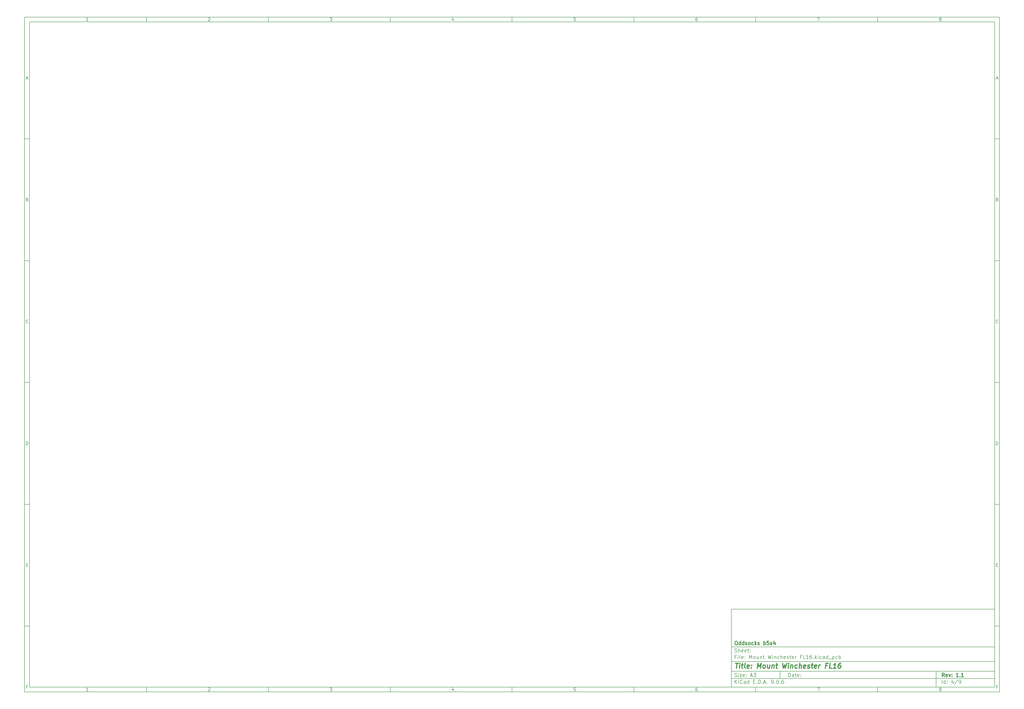
<source format=gbp>
%TF.GenerationSoftware,KiCad,Pcbnew,9.0.6*%
%TF.CreationDate,2025-11-29T14:17:50+08:00*%
%TF.ProjectId,Mount Winchester FL16,4d6f756e-7420-4576-996e-636865737465,1.1*%
%TF.SameCoordinates,Original*%
%TF.FileFunction,Paste,Bot*%
%TF.FilePolarity,Positive*%
%FSLAX46Y46*%
G04 Gerber Fmt 4.6, Leading zero omitted, Abs format (unit mm)*
G04 Created by KiCad (PCBNEW 9.0.6) date 2025-11-29 14:17:50*
%MOMM*%
%LPD*%
G01*
G04 APERTURE LIST*
%ADD10C,0.100000*%
%ADD11C,0.150000*%
%ADD12C,0.300000*%
%ADD13C,0.400000*%
G04 APERTURE END LIST*
D10*
D11*
X299989000Y-253002200D02*
X407989000Y-253002200D01*
X407989000Y-285002200D01*
X299989000Y-285002200D01*
X299989000Y-253002200D01*
D10*
D11*
X10000000Y-10000000D02*
X409989000Y-10000000D01*
X409989000Y-287002200D01*
X10000000Y-287002200D01*
X10000000Y-10000000D01*
D10*
D11*
X12000000Y-12000000D02*
X407989000Y-12000000D01*
X407989000Y-285002200D01*
X12000000Y-285002200D01*
X12000000Y-12000000D01*
D10*
D11*
X60000000Y-12000000D02*
X60000000Y-10000000D01*
D10*
D11*
X110000000Y-12000000D02*
X110000000Y-10000000D01*
D10*
D11*
X160000000Y-12000000D02*
X160000000Y-10000000D01*
D10*
D11*
X210000000Y-12000000D02*
X210000000Y-10000000D01*
D10*
D11*
X260000000Y-12000000D02*
X260000000Y-10000000D01*
D10*
D11*
X310000000Y-12000000D02*
X310000000Y-10000000D01*
D10*
D11*
X360000000Y-12000000D02*
X360000000Y-10000000D01*
D10*
D11*
X36089160Y-11593604D02*
X35346303Y-11593604D01*
X35717731Y-11593604D02*
X35717731Y-10293604D01*
X35717731Y-10293604D02*
X35593922Y-10479319D01*
X35593922Y-10479319D02*
X35470112Y-10603128D01*
X35470112Y-10603128D02*
X35346303Y-10665033D01*
D10*
D11*
X85346303Y-10417414D02*
X85408207Y-10355509D01*
X85408207Y-10355509D02*
X85532017Y-10293604D01*
X85532017Y-10293604D02*
X85841541Y-10293604D01*
X85841541Y-10293604D02*
X85965350Y-10355509D01*
X85965350Y-10355509D02*
X86027255Y-10417414D01*
X86027255Y-10417414D02*
X86089160Y-10541223D01*
X86089160Y-10541223D02*
X86089160Y-10665033D01*
X86089160Y-10665033D02*
X86027255Y-10850747D01*
X86027255Y-10850747D02*
X85284398Y-11593604D01*
X85284398Y-11593604D02*
X86089160Y-11593604D01*
D10*
D11*
X135284398Y-10293604D02*
X136089160Y-10293604D01*
X136089160Y-10293604D02*
X135655826Y-10788842D01*
X135655826Y-10788842D02*
X135841541Y-10788842D01*
X135841541Y-10788842D02*
X135965350Y-10850747D01*
X135965350Y-10850747D02*
X136027255Y-10912652D01*
X136027255Y-10912652D02*
X136089160Y-11036461D01*
X136089160Y-11036461D02*
X136089160Y-11345985D01*
X136089160Y-11345985D02*
X136027255Y-11469795D01*
X136027255Y-11469795D02*
X135965350Y-11531700D01*
X135965350Y-11531700D02*
X135841541Y-11593604D01*
X135841541Y-11593604D02*
X135470112Y-11593604D01*
X135470112Y-11593604D02*
X135346303Y-11531700D01*
X135346303Y-11531700D02*
X135284398Y-11469795D01*
D10*
D11*
X185965350Y-10726938D02*
X185965350Y-11593604D01*
X185655826Y-10231700D02*
X185346303Y-11160271D01*
X185346303Y-11160271D02*
X186151064Y-11160271D01*
D10*
D11*
X236027255Y-10293604D02*
X235408207Y-10293604D01*
X235408207Y-10293604D02*
X235346303Y-10912652D01*
X235346303Y-10912652D02*
X235408207Y-10850747D01*
X235408207Y-10850747D02*
X235532017Y-10788842D01*
X235532017Y-10788842D02*
X235841541Y-10788842D01*
X235841541Y-10788842D02*
X235965350Y-10850747D01*
X235965350Y-10850747D02*
X236027255Y-10912652D01*
X236027255Y-10912652D02*
X236089160Y-11036461D01*
X236089160Y-11036461D02*
X236089160Y-11345985D01*
X236089160Y-11345985D02*
X236027255Y-11469795D01*
X236027255Y-11469795D02*
X235965350Y-11531700D01*
X235965350Y-11531700D02*
X235841541Y-11593604D01*
X235841541Y-11593604D02*
X235532017Y-11593604D01*
X235532017Y-11593604D02*
X235408207Y-11531700D01*
X235408207Y-11531700D02*
X235346303Y-11469795D01*
D10*
D11*
X285965350Y-10293604D02*
X285717731Y-10293604D01*
X285717731Y-10293604D02*
X285593922Y-10355509D01*
X285593922Y-10355509D02*
X285532017Y-10417414D01*
X285532017Y-10417414D02*
X285408207Y-10603128D01*
X285408207Y-10603128D02*
X285346303Y-10850747D01*
X285346303Y-10850747D02*
X285346303Y-11345985D01*
X285346303Y-11345985D02*
X285408207Y-11469795D01*
X285408207Y-11469795D02*
X285470112Y-11531700D01*
X285470112Y-11531700D02*
X285593922Y-11593604D01*
X285593922Y-11593604D02*
X285841541Y-11593604D01*
X285841541Y-11593604D02*
X285965350Y-11531700D01*
X285965350Y-11531700D02*
X286027255Y-11469795D01*
X286027255Y-11469795D02*
X286089160Y-11345985D01*
X286089160Y-11345985D02*
X286089160Y-11036461D01*
X286089160Y-11036461D02*
X286027255Y-10912652D01*
X286027255Y-10912652D02*
X285965350Y-10850747D01*
X285965350Y-10850747D02*
X285841541Y-10788842D01*
X285841541Y-10788842D02*
X285593922Y-10788842D01*
X285593922Y-10788842D02*
X285470112Y-10850747D01*
X285470112Y-10850747D02*
X285408207Y-10912652D01*
X285408207Y-10912652D02*
X285346303Y-11036461D01*
D10*
D11*
X335284398Y-10293604D02*
X336151064Y-10293604D01*
X336151064Y-10293604D02*
X335593922Y-11593604D01*
D10*
D11*
X385593922Y-10850747D02*
X385470112Y-10788842D01*
X385470112Y-10788842D02*
X385408207Y-10726938D01*
X385408207Y-10726938D02*
X385346303Y-10603128D01*
X385346303Y-10603128D02*
X385346303Y-10541223D01*
X385346303Y-10541223D02*
X385408207Y-10417414D01*
X385408207Y-10417414D02*
X385470112Y-10355509D01*
X385470112Y-10355509D02*
X385593922Y-10293604D01*
X385593922Y-10293604D02*
X385841541Y-10293604D01*
X385841541Y-10293604D02*
X385965350Y-10355509D01*
X385965350Y-10355509D02*
X386027255Y-10417414D01*
X386027255Y-10417414D02*
X386089160Y-10541223D01*
X386089160Y-10541223D02*
X386089160Y-10603128D01*
X386089160Y-10603128D02*
X386027255Y-10726938D01*
X386027255Y-10726938D02*
X385965350Y-10788842D01*
X385965350Y-10788842D02*
X385841541Y-10850747D01*
X385841541Y-10850747D02*
X385593922Y-10850747D01*
X385593922Y-10850747D02*
X385470112Y-10912652D01*
X385470112Y-10912652D02*
X385408207Y-10974557D01*
X385408207Y-10974557D02*
X385346303Y-11098366D01*
X385346303Y-11098366D02*
X385346303Y-11345985D01*
X385346303Y-11345985D02*
X385408207Y-11469795D01*
X385408207Y-11469795D02*
X385470112Y-11531700D01*
X385470112Y-11531700D02*
X385593922Y-11593604D01*
X385593922Y-11593604D02*
X385841541Y-11593604D01*
X385841541Y-11593604D02*
X385965350Y-11531700D01*
X385965350Y-11531700D02*
X386027255Y-11469795D01*
X386027255Y-11469795D02*
X386089160Y-11345985D01*
X386089160Y-11345985D02*
X386089160Y-11098366D01*
X386089160Y-11098366D02*
X386027255Y-10974557D01*
X386027255Y-10974557D02*
X385965350Y-10912652D01*
X385965350Y-10912652D02*
X385841541Y-10850747D01*
D10*
D11*
X60000000Y-285002200D02*
X60000000Y-287002200D01*
D10*
D11*
X110000000Y-285002200D02*
X110000000Y-287002200D01*
D10*
D11*
X160000000Y-285002200D02*
X160000000Y-287002200D01*
D10*
D11*
X210000000Y-285002200D02*
X210000000Y-287002200D01*
D10*
D11*
X260000000Y-285002200D02*
X260000000Y-287002200D01*
D10*
D11*
X310000000Y-285002200D02*
X310000000Y-287002200D01*
D10*
D11*
X360000000Y-285002200D02*
X360000000Y-287002200D01*
D10*
D11*
X36089160Y-286595804D02*
X35346303Y-286595804D01*
X35717731Y-286595804D02*
X35717731Y-285295804D01*
X35717731Y-285295804D02*
X35593922Y-285481519D01*
X35593922Y-285481519D02*
X35470112Y-285605328D01*
X35470112Y-285605328D02*
X35346303Y-285667233D01*
D10*
D11*
X85346303Y-285419614D02*
X85408207Y-285357709D01*
X85408207Y-285357709D02*
X85532017Y-285295804D01*
X85532017Y-285295804D02*
X85841541Y-285295804D01*
X85841541Y-285295804D02*
X85965350Y-285357709D01*
X85965350Y-285357709D02*
X86027255Y-285419614D01*
X86027255Y-285419614D02*
X86089160Y-285543423D01*
X86089160Y-285543423D02*
X86089160Y-285667233D01*
X86089160Y-285667233D02*
X86027255Y-285852947D01*
X86027255Y-285852947D02*
X85284398Y-286595804D01*
X85284398Y-286595804D02*
X86089160Y-286595804D01*
D10*
D11*
X135284398Y-285295804D02*
X136089160Y-285295804D01*
X136089160Y-285295804D02*
X135655826Y-285791042D01*
X135655826Y-285791042D02*
X135841541Y-285791042D01*
X135841541Y-285791042D02*
X135965350Y-285852947D01*
X135965350Y-285852947D02*
X136027255Y-285914852D01*
X136027255Y-285914852D02*
X136089160Y-286038661D01*
X136089160Y-286038661D02*
X136089160Y-286348185D01*
X136089160Y-286348185D02*
X136027255Y-286471995D01*
X136027255Y-286471995D02*
X135965350Y-286533900D01*
X135965350Y-286533900D02*
X135841541Y-286595804D01*
X135841541Y-286595804D02*
X135470112Y-286595804D01*
X135470112Y-286595804D02*
X135346303Y-286533900D01*
X135346303Y-286533900D02*
X135284398Y-286471995D01*
D10*
D11*
X185965350Y-285729138D02*
X185965350Y-286595804D01*
X185655826Y-285233900D02*
X185346303Y-286162471D01*
X185346303Y-286162471D02*
X186151064Y-286162471D01*
D10*
D11*
X236027255Y-285295804D02*
X235408207Y-285295804D01*
X235408207Y-285295804D02*
X235346303Y-285914852D01*
X235346303Y-285914852D02*
X235408207Y-285852947D01*
X235408207Y-285852947D02*
X235532017Y-285791042D01*
X235532017Y-285791042D02*
X235841541Y-285791042D01*
X235841541Y-285791042D02*
X235965350Y-285852947D01*
X235965350Y-285852947D02*
X236027255Y-285914852D01*
X236027255Y-285914852D02*
X236089160Y-286038661D01*
X236089160Y-286038661D02*
X236089160Y-286348185D01*
X236089160Y-286348185D02*
X236027255Y-286471995D01*
X236027255Y-286471995D02*
X235965350Y-286533900D01*
X235965350Y-286533900D02*
X235841541Y-286595804D01*
X235841541Y-286595804D02*
X235532017Y-286595804D01*
X235532017Y-286595804D02*
X235408207Y-286533900D01*
X235408207Y-286533900D02*
X235346303Y-286471995D01*
D10*
D11*
X285965350Y-285295804D02*
X285717731Y-285295804D01*
X285717731Y-285295804D02*
X285593922Y-285357709D01*
X285593922Y-285357709D02*
X285532017Y-285419614D01*
X285532017Y-285419614D02*
X285408207Y-285605328D01*
X285408207Y-285605328D02*
X285346303Y-285852947D01*
X285346303Y-285852947D02*
X285346303Y-286348185D01*
X285346303Y-286348185D02*
X285408207Y-286471995D01*
X285408207Y-286471995D02*
X285470112Y-286533900D01*
X285470112Y-286533900D02*
X285593922Y-286595804D01*
X285593922Y-286595804D02*
X285841541Y-286595804D01*
X285841541Y-286595804D02*
X285965350Y-286533900D01*
X285965350Y-286533900D02*
X286027255Y-286471995D01*
X286027255Y-286471995D02*
X286089160Y-286348185D01*
X286089160Y-286348185D02*
X286089160Y-286038661D01*
X286089160Y-286038661D02*
X286027255Y-285914852D01*
X286027255Y-285914852D02*
X285965350Y-285852947D01*
X285965350Y-285852947D02*
X285841541Y-285791042D01*
X285841541Y-285791042D02*
X285593922Y-285791042D01*
X285593922Y-285791042D02*
X285470112Y-285852947D01*
X285470112Y-285852947D02*
X285408207Y-285914852D01*
X285408207Y-285914852D02*
X285346303Y-286038661D01*
D10*
D11*
X335284398Y-285295804D02*
X336151064Y-285295804D01*
X336151064Y-285295804D02*
X335593922Y-286595804D01*
D10*
D11*
X385593922Y-285852947D02*
X385470112Y-285791042D01*
X385470112Y-285791042D02*
X385408207Y-285729138D01*
X385408207Y-285729138D02*
X385346303Y-285605328D01*
X385346303Y-285605328D02*
X385346303Y-285543423D01*
X385346303Y-285543423D02*
X385408207Y-285419614D01*
X385408207Y-285419614D02*
X385470112Y-285357709D01*
X385470112Y-285357709D02*
X385593922Y-285295804D01*
X385593922Y-285295804D02*
X385841541Y-285295804D01*
X385841541Y-285295804D02*
X385965350Y-285357709D01*
X385965350Y-285357709D02*
X386027255Y-285419614D01*
X386027255Y-285419614D02*
X386089160Y-285543423D01*
X386089160Y-285543423D02*
X386089160Y-285605328D01*
X386089160Y-285605328D02*
X386027255Y-285729138D01*
X386027255Y-285729138D02*
X385965350Y-285791042D01*
X385965350Y-285791042D02*
X385841541Y-285852947D01*
X385841541Y-285852947D02*
X385593922Y-285852947D01*
X385593922Y-285852947D02*
X385470112Y-285914852D01*
X385470112Y-285914852D02*
X385408207Y-285976757D01*
X385408207Y-285976757D02*
X385346303Y-286100566D01*
X385346303Y-286100566D02*
X385346303Y-286348185D01*
X385346303Y-286348185D02*
X385408207Y-286471995D01*
X385408207Y-286471995D02*
X385470112Y-286533900D01*
X385470112Y-286533900D02*
X385593922Y-286595804D01*
X385593922Y-286595804D02*
X385841541Y-286595804D01*
X385841541Y-286595804D02*
X385965350Y-286533900D01*
X385965350Y-286533900D02*
X386027255Y-286471995D01*
X386027255Y-286471995D02*
X386089160Y-286348185D01*
X386089160Y-286348185D02*
X386089160Y-286100566D01*
X386089160Y-286100566D02*
X386027255Y-285976757D01*
X386027255Y-285976757D02*
X385965350Y-285914852D01*
X385965350Y-285914852D02*
X385841541Y-285852947D01*
D10*
D11*
X10000000Y-60000000D02*
X12000000Y-60000000D01*
D10*
D11*
X10000000Y-110000000D02*
X12000000Y-110000000D01*
D10*
D11*
X10000000Y-160000000D02*
X12000000Y-160000000D01*
D10*
D11*
X10000000Y-210000000D02*
X12000000Y-210000000D01*
D10*
D11*
X10000000Y-260000000D02*
X12000000Y-260000000D01*
D10*
D11*
X10690476Y-35222176D02*
X11309523Y-35222176D01*
X10566666Y-35593604D02*
X10999999Y-34293604D01*
X10999999Y-34293604D02*
X11433333Y-35593604D01*
D10*
D11*
X11092857Y-84912652D02*
X11278571Y-84974557D01*
X11278571Y-84974557D02*
X11340476Y-85036461D01*
X11340476Y-85036461D02*
X11402380Y-85160271D01*
X11402380Y-85160271D02*
X11402380Y-85345985D01*
X11402380Y-85345985D02*
X11340476Y-85469795D01*
X11340476Y-85469795D02*
X11278571Y-85531700D01*
X11278571Y-85531700D02*
X11154761Y-85593604D01*
X11154761Y-85593604D02*
X10659523Y-85593604D01*
X10659523Y-85593604D02*
X10659523Y-84293604D01*
X10659523Y-84293604D02*
X11092857Y-84293604D01*
X11092857Y-84293604D02*
X11216666Y-84355509D01*
X11216666Y-84355509D02*
X11278571Y-84417414D01*
X11278571Y-84417414D02*
X11340476Y-84541223D01*
X11340476Y-84541223D02*
X11340476Y-84665033D01*
X11340476Y-84665033D02*
X11278571Y-84788842D01*
X11278571Y-84788842D02*
X11216666Y-84850747D01*
X11216666Y-84850747D02*
X11092857Y-84912652D01*
X11092857Y-84912652D02*
X10659523Y-84912652D01*
D10*
D11*
X11402380Y-135469795D02*
X11340476Y-135531700D01*
X11340476Y-135531700D02*
X11154761Y-135593604D01*
X11154761Y-135593604D02*
X11030952Y-135593604D01*
X11030952Y-135593604D02*
X10845238Y-135531700D01*
X10845238Y-135531700D02*
X10721428Y-135407890D01*
X10721428Y-135407890D02*
X10659523Y-135284080D01*
X10659523Y-135284080D02*
X10597619Y-135036461D01*
X10597619Y-135036461D02*
X10597619Y-134850747D01*
X10597619Y-134850747D02*
X10659523Y-134603128D01*
X10659523Y-134603128D02*
X10721428Y-134479319D01*
X10721428Y-134479319D02*
X10845238Y-134355509D01*
X10845238Y-134355509D02*
X11030952Y-134293604D01*
X11030952Y-134293604D02*
X11154761Y-134293604D01*
X11154761Y-134293604D02*
X11340476Y-134355509D01*
X11340476Y-134355509D02*
X11402380Y-134417414D01*
D10*
D11*
X10659523Y-185593604D02*
X10659523Y-184293604D01*
X10659523Y-184293604D02*
X10969047Y-184293604D01*
X10969047Y-184293604D02*
X11154761Y-184355509D01*
X11154761Y-184355509D02*
X11278571Y-184479319D01*
X11278571Y-184479319D02*
X11340476Y-184603128D01*
X11340476Y-184603128D02*
X11402380Y-184850747D01*
X11402380Y-184850747D02*
X11402380Y-185036461D01*
X11402380Y-185036461D02*
X11340476Y-185284080D01*
X11340476Y-185284080D02*
X11278571Y-185407890D01*
X11278571Y-185407890D02*
X11154761Y-185531700D01*
X11154761Y-185531700D02*
X10969047Y-185593604D01*
X10969047Y-185593604D02*
X10659523Y-185593604D01*
D10*
D11*
X10721428Y-234912652D02*
X11154762Y-234912652D01*
X11340476Y-235593604D02*
X10721428Y-235593604D01*
X10721428Y-235593604D02*
X10721428Y-234293604D01*
X10721428Y-234293604D02*
X11340476Y-234293604D01*
D10*
D11*
X11185714Y-284912652D02*
X10752380Y-284912652D01*
X10752380Y-285593604D02*
X10752380Y-284293604D01*
X10752380Y-284293604D02*
X11371428Y-284293604D01*
D10*
D11*
X409989000Y-60000000D02*
X407989000Y-60000000D01*
D10*
D11*
X409989000Y-110000000D02*
X407989000Y-110000000D01*
D10*
D11*
X409989000Y-160000000D02*
X407989000Y-160000000D01*
D10*
D11*
X409989000Y-210000000D02*
X407989000Y-210000000D01*
D10*
D11*
X409989000Y-260000000D02*
X407989000Y-260000000D01*
D10*
D11*
X408679476Y-35222176D02*
X409298523Y-35222176D01*
X408555666Y-35593604D02*
X408988999Y-34293604D01*
X408988999Y-34293604D02*
X409422333Y-35593604D01*
D10*
D11*
X409081857Y-84912652D02*
X409267571Y-84974557D01*
X409267571Y-84974557D02*
X409329476Y-85036461D01*
X409329476Y-85036461D02*
X409391380Y-85160271D01*
X409391380Y-85160271D02*
X409391380Y-85345985D01*
X409391380Y-85345985D02*
X409329476Y-85469795D01*
X409329476Y-85469795D02*
X409267571Y-85531700D01*
X409267571Y-85531700D02*
X409143761Y-85593604D01*
X409143761Y-85593604D02*
X408648523Y-85593604D01*
X408648523Y-85593604D02*
X408648523Y-84293604D01*
X408648523Y-84293604D02*
X409081857Y-84293604D01*
X409081857Y-84293604D02*
X409205666Y-84355509D01*
X409205666Y-84355509D02*
X409267571Y-84417414D01*
X409267571Y-84417414D02*
X409329476Y-84541223D01*
X409329476Y-84541223D02*
X409329476Y-84665033D01*
X409329476Y-84665033D02*
X409267571Y-84788842D01*
X409267571Y-84788842D02*
X409205666Y-84850747D01*
X409205666Y-84850747D02*
X409081857Y-84912652D01*
X409081857Y-84912652D02*
X408648523Y-84912652D01*
D10*
D11*
X409391380Y-135469795D02*
X409329476Y-135531700D01*
X409329476Y-135531700D02*
X409143761Y-135593604D01*
X409143761Y-135593604D02*
X409019952Y-135593604D01*
X409019952Y-135593604D02*
X408834238Y-135531700D01*
X408834238Y-135531700D02*
X408710428Y-135407890D01*
X408710428Y-135407890D02*
X408648523Y-135284080D01*
X408648523Y-135284080D02*
X408586619Y-135036461D01*
X408586619Y-135036461D02*
X408586619Y-134850747D01*
X408586619Y-134850747D02*
X408648523Y-134603128D01*
X408648523Y-134603128D02*
X408710428Y-134479319D01*
X408710428Y-134479319D02*
X408834238Y-134355509D01*
X408834238Y-134355509D02*
X409019952Y-134293604D01*
X409019952Y-134293604D02*
X409143761Y-134293604D01*
X409143761Y-134293604D02*
X409329476Y-134355509D01*
X409329476Y-134355509D02*
X409391380Y-134417414D01*
D10*
D11*
X408648523Y-185593604D02*
X408648523Y-184293604D01*
X408648523Y-184293604D02*
X408958047Y-184293604D01*
X408958047Y-184293604D02*
X409143761Y-184355509D01*
X409143761Y-184355509D02*
X409267571Y-184479319D01*
X409267571Y-184479319D02*
X409329476Y-184603128D01*
X409329476Y-184603128D02*
X409391380Y-184850747D01*
X409391380Y-184850747D02*
X409391380Y-185036461D01*
X409391380Y-185036461D02*
X409329476Y-185284080D01*
X409329476Y-185284080D02*
X409267571Y-185407890D01*
X409267571Y-185407890D02*
X409143761Y-185531700D01*
X409143761Y-185531700D02*
X408958047Y-185593604D01*
X408958047Y-185593604D02*
X408648523Y-185593604D01*
D10*
D11*
X408710428Y-234912652D02*
X409143762Y-234912652D01*
X409329476Y-235593604D02*
X408710428Y-235593604D01*
X408710428Y-235593604D02*
X408710428Y-234293604D01*
X408710428Y-234293604D02*
X409329476Y-234293604D01*
D10*
D11*
X409174714Y-284912652D02*
X408741380Y-284912652D01*
X408741380Y-285593604D02*
X408741380Y-284293604D01*
X408741380Y-284293604D02*
X409360428Y-284293604D01*
D10*
D11*
X323444826Y-280788328D02*
X323444826Y-279288328D01*
X323444826Y-279288328D02*
X323801969Y-279288328D01*
X323801969Y-279288328D02*
X324016255Y-279359757D01*
X324016255Y-279359757D02*
X324159112Y-279502614D01*
X324159112Y-279502614D02*
X324230541Y-279645471D01*
X324230541Y-279645471D02*
X324301969Y-279931185D01*
X324301969Y-279931185D02*
X324301969Y-280145471D01*
X324301969Y-280145471D02*
X324230541Y-280431185D01*
X324230541Y-280431185D02*
X324159112Y-280574042D01*
X324159112Y-280574042D02*
X324016255Y-280716900D01*
X324016255Y-280716900D02*
X323801969Y-280788328D01*
X323801969Y-280788328D02*
X323444826Y-280788328D01*
X325587684Y-280788328D02*
X325587684Y-280002614D01*
X325587684Y-280002614D02*
X325516255Y-279859757D01*
X325516255Y-279859757D02*
X325373398Y-279788328D01*
X325373398Y-279788328D02*
X325087684Y-279788328D01*
X325087684Y-279788328D02*
X324944826Y-279859757D01*
X325587684Y-280716900D02*
X325444826Y-280788328D01*
X325444826Y-280788328D02*
X325087684Y-280788328D01*
X325087684Y-280788328D02*
X324944826Y-280716900D01*
X324944826Y-280716900D02*
X324873398Y-280574042D01*
X324873398Y-280574042D02*
X324873398Y-280431185D01*
X324873398Y-280431185D02*
X324944826Y-280288328D01*
X324944826Y-280288328D02*
X325087684Y-280216900D01*
X325087684Y-280216900D02*
X325444826Y-280216900D01*
X325444826Y-280216900D02*
X325587684Y-280145471D01*
X326087684Y-279788328D02*
X326659112Y-279788328D01*
X326301969Y-279288328D02*
X326301969Y-280574042D01*
X326301969Y-280574042D02*
X326373398Y-280716900D01*
X326373398Y-280716900D02*
X326516255Y-280788328D01*
X326516255Y-280788328D02*
X326659112Y-280788328D01*
X327730541Y-280716900D02*
X327587684Y-280788328D01*
X327587684Y-280788328D02*
X327301970Y-280788328D01*
X327301970Y-280788328D02*
X327159112Y-280716900D01*
X327159112Y-280716900D02*
X327087684Y-280574042D01*
X327087684Y-280574042D02*
X327087684Y-280002614D01*
X327087684Y-280002614D02*
X327159112Y-279859757D01*
X327159112Y-279859757D02*
X327301970Y-279788328D01*
X327301970Y-279788328D02*
X327587684Y-279788328D01*
X327587684Y-279788328D02*
X327730541Y-279859757D01*
X327730541Y-279859757D02*
X327801970Y-280002614D01*
X327801970Y-280002614D02*
X327801970Y-280145471D01*
X327801970Y-280145471D02*
X327087684Y-280288328D01*
X328444826Y-280645471D02*
X328516255Y-280716900D01*
X328516255Y-280716900D02*
X328444826Y-280788328D01*
X328444826Y-280788328D02*
X328373398Y-280716900D01*
X328373398Y-280716900D02*
X328444826Y-280645471D01*
X328444826Y-280645471D02*
X328444826Y-280788328D01*
X328444826Y-279859757D02*
X328516255Y-279931185D01*
X328516255Y-279931185D02*
X328444826Y-280002614D01*
X328444826Y-280002614D02*
X328373398Y-279931185D01*
X328373398Y-279931185D02*
X328444826Y-279859757D01*
X328444826Y-279859757D02*
X328444826Y-280002614D01*
D10*
D11*
X299989000Y-281502200D02*
X407989000Y-281502200D01*
D10*
D11*
X301444826Y-283588328D02*
X301444826Y-282088328D01*
X302301969Y-283588328D02*
X301659112Y-282731185D01*
X302301969Y-282088328D02*
X301444826Y-282945471D01*
X302944826Y-283588328D02*
X302944826Y-282588328D01*
X302944826Y-282088328D02*
X302873398Y-282159757D01*
X302873398Y-282159757D02*
X302944826Y-282231185D01*
X302944826Y-282231185D02*
X303016255Y-282159757D01*
X303016255Y-282159757D02*
X302944826Y-282088328D01*
X302944826Y-282088328D02*
X302944826Y-282231185D01*
X304516255Y-283445471D02*
X304444827Y-283516900D01*
X304444827Y-283516900D02*
X304230541Y-283588328D01*
X304230541Y-283588328D02*
X304087684Y-283588328D01*
X304087684Y-283588328D02*
X303873398Y-283516900D01*
X303873398Y-283516900D02*
X303730541Y-283374042D01*
X303730541Y-283374042D02*
X303659112Y-283231185D01*
X303659112Y-283231185D02*
X303587684Y-282945471D01*
X303587684Y-282945471D02*
X303587684Y-282731185D01*
X303587684Y-282731185D02*
X303659112Y-282445471D01*
X303659112Y-282445471D02*
X303730541Y-282302614D01*
X303730541Y-282302614D02*
X303873398Y-282159757D01*
X303873398Y-282159757D02*
X304087684Y-282088328D01*
X304087684Y-282088328D02*
X304230541Y-282088328D01*
X304230541Y-282088328D02*
X304444827Y-282159757D01*
X304444827Y-282159757D02*
X304516255Y-282231185D01*
X305801970Y-283588328D02*
X305801970Y-282802614D01*
X305801970Y-282802614D02*
X305730541Y-282659757D01*
X305730541Y-282659757D02*
X305587684Y-282588328D01*
X305587684Y-282588328D02*
X305301970Y-282588328D01*
X305301970Y-282588328D02*
X305159112Y-282659757D01*
X305801970Y-283516900D02*
X305659112Y-283588328D01*
X305659112Y-283588328D02*
X305301970Y-283588328D01*
X305301970Y-283588328D02*
X305159112Y-283516900D01*
X305159112Y-283516900D02*
X305087684Y-283374042D01*
X305087684Y-283374042D02*
X305087684Y-283231185D01*
X305087684Y-283231185D02*
X305159112Y-283088328D01*
X305159112Y-283088328D02*
X305301970Y-283016900D01*
X305301970Y-283016900D02*
X305659112Y-283016900D01*
X305659112Y-283016900D02*
X305801970Y-282945471D01*
X307159113Y-283588328D02*
X307159113Y-282088328D01*
X307159113Y-283516900D02*
X307016255Y-283588328D01*
X307016255Y-283588328D02*
X306730541Y-283588328D01*
X306730541Y-283588328D02*
X306587684Y-283516900D01*
X306587684Y-283516900D02*
X306516255Y-283445471D01*
X306516255Y-283445471D02*
X306444827Y-283302614D01*
X306444827Y-283302614D02*
X306444827Y-282874042D01*
X306444827Y-282874042D02*
X306516255Y-282731185D01*
X306516255Y-282731185D02*
X306587684Y-282659757D01*
X306587684Y-282659757D02*
X306730541Y-282588328D01*
X306730541Y-282588328D02*
X307016255Y-282588328D01*
X307016255Y-282588328D02*
X307159113Y-282659757D01*
X309016255Y-282802614D02*
X309516255Y-282802614D01*
X309730541Y-283588328D02*
X309016255Y-283588328D01*
X309016255Y-283588328D02*
X309016255Y-282088328D01*
X309016255Y-282088328D02*
X309730541Y-282088328D01*
X310373398Y-283445471D02*
X310444827Y-283516900D01*
X310444827Y-283516900D02*
X310373398Y-283588328D01*
X310373398Y-283588328D02*
X310301970Y-283516900D01*
X310301970Y-283516900D02*
X310373398Y-283445471D01*
X310373398Y-283445471D02*
X310373398Y-283588328D01*
X311087684Y-283588328D02*
X311087684Y-282088328D01*
X311087684Y-282088328D02*
X311444827Y-282088328D01*
X311444827Y-282088328D02*
X311659113Y-282159757D01*
X311659113Y-282159757D02*
X311801970Y-282302614D01*
X311801970Y-282302614D02*
X311873399Y-282445471D01*
X311873399Y-282445471D02*
X311944827Y-282731185D01*
X311944827Y-282731185D02*
X311944827Y-282945471D01*
X311944827Y-282945471D02*
X311873399Y-283231185D01*
X311873399Y-283231185D02*
X311801970Y-283374042D01*
X311801970Y-283374042D02*
X311659113Y-283516900D01*
X311659113Y-283516900D02*
X311444827Y-283588328D01*
X311444827Y-283588328D02*
X311087684Y-283588328D01*
X312587684Y-283445471D02*
X312659113Y-283516900D01*
X312659113Y-283516900D02*
X312587684Y-283588328D01*
X312587684Y-283588328D02*
X312516256Y-283516900D01*
X312516256Y-283516900D02*
X312587684Y-283445471D01*
X312587684Y-283445471D02*
X312587684Y-283588328D01*
X313230542Y-283159757D02*
X313944828Y-283159757D01*
X313087685Y-283588328D02*
X313587685Y-282088328D01*
X313587685Y-282088328D02*
X314087685Y-283588328D01*
X314587684Y-283445471D02*
X314659113Y-283516900D01*
X314659113Y-283516900D02*
X314587684Y-283588328D01*
X314587684Y-283588328D02*
X314516256Y-283516900D01*
X314516256Y-283516900D02*
X314587684Y-283445471D01*
X314587684Y-283445471D02*
X314587684Y-283588328D01*
X316516256Y-283588328D02*
X316801970Y-283588328D01*
X316801970Y-283588328D02*
X316944827Y-283516900D01*
X316944827Y-283516900D02*
X317016256Y-283445471D01*
X317016256Y-283445471D02*
X317159113Y-283231185D01*
X317159113Y-283231185D02*
X317230542Y-282945471D01*
X317230542Y-282945471D02*
X317230542Y-282374042D01*
X317230542Y-282374042D02*
X317159113Y-282231185D01*
X317159113Y-282231185D02*
X317087685Y-282159757D01*
X317087685Y-282159757D02*
X316944827Y-282088328D01*
X316944827Y-282088328D02*
X316659113Y-282088328D01*
X316659113Y-282088328D02*
X316516256Y-282159757D01*
X316516256Y-282159757D02*
X316444827Y-282231185D01*
X316444827Y-282231185D02*
X316373399Y-282374042D01*
X316373399Y-282374042D02*
X316373399Y-282731185D01*
X316373399Y-282731185D02*
X316444827Y-282874042D01*
X316444827Y-282874042D02*
X316516256Y-282945471D01*
X316516256Y-282945471D02*
X316659113Y-283016900D01*
X316659113Y-283016900D02*
X316944827Y-283016900D01*
X316944827Y-283016900D02*
X317087685Y-282945471D01*
X317087685Y-282945471D02*
X317159113Y-282874042D01*
X317159113Y-282874042D02*
X317230542Y-282731185D01*
X317873398Y-283445471D02*
X317944827Y-283516900D01*
X317944827Y-283516900D02*
X317873398Y-283588328D01*
X317873398Y-283588328D02*
X317801970Y-283516900D01*
X317801970Y-283516900D02*
X317873398Y-283445471D01*
X317873398Y-283445471D02*
X317873398Y-283588328D01*
X318873399Y-282088328D02*
X319016256Y-282088328D01*
X319016256Y-282088328D02*
X319159113Y-282159757D01*
X319159113Y-282159757D02*
X319230542Y-282231185D01*
X319230542Y-282231185D02*
X319301970Y-282374042D01*
X319301970Y-282374042D02*
X319373399Y-282659757D01*
X319373399Y-282659757D02*
X319373399Y-283016900D01*
X319373399Y-283016900D02*
X319301970Y-283302614D01*
X319301970Y-283302614D02*
X319230542Y-283445471D01*
X319230542Y-283445471D02*
X319159113Y-283516900D01*
X319159113Y-283516900D02*
X319016256Y-283588328D01*
X319016256Y-283588328D02*
X318873399Y-283588328D01*
X318873399Y-283588328D02*
X318730542Y-283516900D01*
X318730542Y-283516900D02*
X318659113Y-283445471D01*
X318659113Y-283445471D02*
X318587684Y-283302614D01*
X318587684Y-283302614D02*
X318516256Y-283016900D01*
X318516256Y-283016900D02*
X318516256Y-282659757D01*
X318516256Y-282659757D02*
X318587684Y-282374042D01*
X318587684Y-282374042D02*
X318659113Y-282231185D01*
X318659113Y-282231185D02*
X318730542Y-282159757D01*
X318730542Y-282159757D02*
X318873399Y-282088328D01*
X320016255Y-283445471D02*
X320087684Y-283516900D01*
X320087684Y-283516900D02*
X320016255Y-283588328D01*
X320016255Y-283588328D02*
X319944827Y-283516900D01*
X319944827Y-283516900D02*
X320016255Y-283445471D01*
X320016255Y-283445471D02*
X320016255Y-283588328D01*
X321373399Y-282088328D02*
X321087684Y-282088328D01*
X321087684Y-282088328D02*
X320944827Y-282159757D01*
X320944827Y-282159757D02*
X320873399Y-282231185D01*
X320873399Y-282231185D02*
X320730541Y-282445471D01*
X320730541Y-282445471D02*
X320659113Y-282731185D01*
X320659113Y-282731185D02*
X320659113Y-283302614D01*
X320659113Y-283302614D02*
X320730541Y-283445471D01*
X320730541Y-283445471D02*
X320801970Y-283516900D01*
X320801970Y-283516900D02*
X320944827Y-283588328D01*
X320944827Y-283588328D02*
X321230541Y-283588328D01*
X321230541Y-283588328D02*
X321373399Y-283516900D01*
X321373399Y-283516900D02*
X321444827Y-283445471D01*
X321444827Y-283445471D02*
X321516256Y-283302614D01*
X321516256Y-283302614D02*
X321516256Y-282945471D01*
X321516256Y-282945471D02*
X321444827Y-282802614D01*
X321444827Y-282802614D02*
X321373399Y-282731185D01*
X321373399Y-282731185D02*
X321230541Y-282659757D01*
X321230541Y-282659757D02*
X320944827Y-282659757D01*
X320944827Y-282659757D02*
X320801970Y-282731185D01*
X320801970Y-282731185D02*
X320730541Y-282802614D01*
X320730541Y-282802614D02*
X320659113Y-282945471D01*
D10*
D11*
X299989000Y-278502200D02*
X407989000Y-278502200D01*
D10*
D12*
X387400653Y-280780528D02*
X386900653Y-280066242D01*
X386543510Y-280780528D02*
X386543510Y-279280528D01*
X386543510Y-279280528D02*
X387114939Y-279280528D01*
X387114939Y-279280528D02*
X387257796Y-279351957D01*
X387257796Y-279351957D02*
X387329225Y-279423385D01*
X387329225Y-279423385D02*
X387400653Y-279566242D01*
X387400653Y-279566242D02*
X387400653Y-279780528D01*
X387400653Y-279780528D02*
X387329225Y-279923385D01*
X387329225Y-279923385D02*
X387257796Y-279994814D01*
X387257796Y-279994814D02*
X387114939Y-280066242D01*
X387114939Y-280066242D02*
X386543510Y-280066242D01*
X388614939Y-280709100D02*
X388472082Y-280780528D01*
X388472082Y-280780528D02*
X388186368Y-280780528D01*
X388186368Y-280780528D02*
X388043510Y-280709100D01*
X388043510Y-280709100D02*
X387972082Y-280566242D01*
X387972082Y-280566242D02*
X387972082Y-279994814D01*
X387972082Y-279994814D02*
X388043510Y-279851957D01*
X388043510Y-279851957D02*
X388186368Y-279780528D01*
X388186368Y-279780528D02*
X388472082Y-279780528D01*
X388472082Y-279780528D02*
X388614939Y-279851957D01*
X388614939Y-279851957D02*
X388686368Y-279994814D01*
X388686368Y-279994814D02*
X388686368Y-280137671D01*
X388686368Y-280137671D02*
X387972082Y-280280528D01*
X389186367Y-279780528D02*
X389543510Y-280780528D01*
X389543510Y-280780528D02*
X389900653Y-279780528D01*
X390472081Y-280637671D02*
X390543510Y-280709100D01*
X390543510Y-280709100D02*
X390472081Y-280780528D01*
X390472081Y-280780528D02*
X390400653Y-280709100D01*
X390400653Y-280709100D02*
X390472081Y-280637671D01*
X390472081Y-280637671D02*
X390472081Y-280780528D01*
X390472081Y-279851957D02*
X390543510Y-279923385D01*
X390543510Y-279923385D02*
X390472081Y-279994814D01*
X390472081Y-279994814D02*
X390400653Y-279923385D01*
X390400653Y-279923385D02*
X390472081Y-279851957D01*
X390472081Y-279851957D02*
X390472081Y-279994814D01*
X393114939Y-280780528D02*
X392257796Y-280780528D01*
X392686367Y-280780528D02*
X392686367Y-279280528D01*
X392686367Y-279280528D02*
X392543510Y-279494814D01*
X392543510Y-279494814D02*
X392400653Y-279637671D01*
X392400653Y-279637671D02*
X392257796Y-279709100D01*
X393757795Y-280637671D02*
X393829224Y-280709100D01*
X393829224Y-280709100D02*
X393757795Y-280780528D01*
X393757795Y-280780528D02*
X393686367Y-280709100D01*
X393686367Y-280709100D02*
X393757795Y-280637671D01*
X393757795Y-280637671D02*
X393757795Y-280780528D01*
X395257796Y-280780528D02*
X394400653Y-280780528D01*
X394829224Y-280780528D02*
X394829224Y-279280528D01*
X394829224Y-279280528D02*
X394686367Y-279494814D01*
X394686367Y-279494814D02*
X394543510Y-279637671D01*
X394543510Y-279637671D02*
X394400653Y-279709100D01*
D10*
D11*
X301373398Y-280716900D02*
X301587684Y-280788328D01*
X301587684Y-280788328D02*
X301944826Y-280788328D01*
X301944826Y-280788328D02*
X302087684Y-280716900D01*
X302087684Y-280716900D02*
X302159112Y-280645471D01*
X302159112Y-280645471D02*
X302230541Y-280502614D01*
X302230541Y-280502614D02*
X302230541Y-280359757D01*
X302230541Y-280359757D02*
X302159112Y-280216900D01*
X302159112Y-280216900D02*
X302087684Y-280145471D01*
X302087684Y-280145471D02*
X301944826Y-280074042D01*
X301944826Y-280074042D02*
X301659112Y-280002614D01*
X301659112Y-280002614D02*
X301516255Y-279931185D01*
X301516255Y-279931185D02*
X301444826Y-279859757D01*
X301444826Y-279859757D02*
X301373398Y-279716900D01*
X301373398Y-279716900D02*
X301373398Y-279574042D01*
X301373398Y-279574042D02*
X301444826Y-279431185D01*
X301444826Y-279431185D02*
X301516255Y-279359757D01*
X301516255Y-279359757D02*
X301659112Y-279288328D01*
X301659112Y-279288328D02*
X302016255Y-279288328D01*
X302016255Y-279288328D02*
X302230541Y-279359757D01*
X302873397Y-280788328D02*
X302873397Y-279788328D01*
X302873397Y-279288328D02*
X302801969Y-279359757D01*
X302801969Y-279359757D02*
X302873397Y-279431185D01*
X302873397Y-279431185D02*
X302944826Y-279359757D01*
X302944826Y-279359757D02*
X302873397Y-279288328D01*
X302873397Y-279288328D02*
X302873397Y-279431185D01*
X303444826Y-279788328D02*
X304230541Y-279788328D01*
X304230541Y-279788328D02*
X303444826Y-280788328D01*
X303444826Y-280788328D02*
X304230541Y-280788328D01*
X305373398Y-280716900D02*
X305230541Y-280788328D01*
X305230541Y-280788328D02*
X304944827Y-280788328D01*
X304944827Y-280788328D02*
X304801969Y-280716900D01*
X304801969Y-280716900D02*
X304730541Y-280574042D01*
X304730541Y-280574042D02*
X304730541Y-280002614D01*
X304730541Y-280002614D02*
X304801969Y-279859757D01*
X304801969Y-279859757D02*
X304944827Y-279788328D01*
X304944827Y-279788328D02*
X305230541Y-279788328D01*
X305230541Y-279788328D02*
X305373398Y-279859757D01*
X305373398Y-279859757D02*
X305444827Y-280002614D01*
X305444827Y-280002614D02*
X305444827Y-280145471D01*
X305444827Y-280145471D02*
X304730541Y-280288328D01*
X306087683Y-280645471D02*
X306159112Y-280716900D01*
X306159112Y-280716900D02*
X306087683Y-280788328D01*
X306087683Y-280788328D02*
X306016255Y-280716900D01*
X306016255Y-280716900D02*
X306087683Y-280645471D01*
X306087683Y-280645471D02*
X306087683Y-280788328D01*
X306087683Y-279859757D02*
X306159112Y-279931185D01*
X306159112Y-279931185D02*
X306087683Y-280002614D01*
X306087683Y-280002614D02*
X306016255Y-279931185D01*
X306016255Y-279931185D02*
X306087683Y-279859757D01*
X306087683Y-279859757D02*
X306087683Y-280002614D01*
X307873398Y-280359757D02*
X308587684Y-280359757D01*
X307730541Y-280788328D02*
X308230541Y-279288328D01*
X308230541Y-279288328D02*
X308730541Y-280788328D01*
X309087683Y-279288328D02*
X310016255Y-279288328D01*
X310016255Y-279288328D02*
X309516255Y-279859757D01*
X309516255Y-279859757D02*
X309730540Y-279859757D01*
X309730540Y-279859757D02*
X309873398Y-279931185D01*
X309873398Y-279931185D02*
X309944826Y-280002614D01*
X309944826Y-280002614D02*
X310016255Y-280145471D01*
X310016255Y-280145471D02*
X310016255Y-280502614D01*
X310016255Y-280502614D02*
X309944826Y-280645471D01*
X309944826Y-280645471D02*
X309873398Y-280716900D01*
X309873398Y-280716900D02*
X309730540Y-280788328D01*
X309730540Y-280788328D02*
X309301969Y-280788328D01*
X309301969Y-280788328D02*
X309159112Y-280716900D01*
X309159112Y-280716900D02*
X309087683Y-280645471D01*
D10*
D11*
X386444826Y-283588328D02*
X386444826Y-282088328D01*
X387801970Y-283588328D02*
X387801970Y-282088328D01*
X387801970Y-283516900D02*
X387659112Y-283588328D01*
X387659112Y-283588328D02*
X387373398Y-283588328D01*
X387373398Y-283588328D02*
X387230541Y-283516900D01*
X387230541Y-283516900D02*
X387159112Y-283445471D01*
X387159112Y-283445471D02*
X387087684Y-283302614D01*
X387087684Y-283302614D02*
X387087684Y-282874042D01*
X387087684Y-282874042D02*
X387159112Y-282731185D01*
X387159112Y-282731185D02*
X387230541Y-282659757D01*
X387230541Y-282659757D02*
X387373398Y-282588328D01*
X387373398Y-282588328D02*
X387659112Y-282588328D01*
X387659112Y-282588328D02*
X387801970Y-282659757D01*
X388516255Y-283445471D02*
X388587684Y-283516900D01*
X388587684Y-283516900D02*
X388516255Y-283588328D01*
X388516255Y-283588328D02*
X388444827Y-283516900D01*
X388444827Y-283516900D02*
X388516255Y-283445471D01*
X388516255Y-283445471D02*
X388516255Y-283588328D01*
X388516255Y-282659757D02*
X388587684Y-282731185D01*
X388587684Y-282731185D02*
X388516255Y-282802614D01*
X388516255Y-282802614D02*
X388444827Y-282731185D01*
X388444827Y-282731185D02*
X388516255Y-282659757D01*
X388516255Y-282659757D02*
X388516255Y-282802614D01*
X391016256Y-282588328D02*
X391016256Y-283588328D01*
X390659113Y-282016900D02*
X390301970Y-283088328D01*
X390301970Y-283088328D02*
X391230541Y-283088328D01*
X392873398Y-282016900D02*
X391587684Y-283945471D01*
X393444827Y-283588328D02*
X393730541Y-283588328D01*
X393730541Y-283588328D02*
X393873398Y-283516900D01*
X393873398Y-283516900D02*
X393944827Y-283445471D01*
X393944827Y-283445471D02*
X394087684Y-283231185D01*
X394087684Y-283231185D02*
X394159113Y-282945471D01*
X394159113Y-282945471D02*
X394159113Y-282374042D01*
X394159113Y-282374042D02*
X394087684Y-282231185D01*
X394087684Y-282231185D02*
X394016256Y-282159757D01*
X394016256Y-282159757D02*
X393873398Y-282088328D01*
X393873398Y-282088328D02*
X393587684Y-282088328D01*
X393587684Y-282088328D02*
X393444827Y-282159757D01*
X393444827Y-282159757D02*
X393373398Y-282231185D01*
X393373398Y-282231185D02*
X393301970Y-282374042D01*
X393301970Y-282374042D02*
X393301970Y-282731185D01*
X393301970Y-282731185D02*
X393373398Y-282874042D01*
X393373398Y-282874042D02*
X393444827Y-282945471D01*
X393444827Y-282945471D02*
X393587684Y-283016900D01*
X393587684Y-283016900D02*
X393873398Y-283016900D01*
X393873398Y-283016900D02*
X394016256Y-282945471D01*
X394016256Y-282945471D02*
X394087684Y-282874042D01*
X394087684Y-282874042D02*
X394159113Y-282731185D01*
D10*
D11*
X299989000Y-274502200D02*
X407989000Y-274502200D01*
D10*
D13*
X301680728Y-275206638D02*
X302823585Y-275206638D01*
X302002157Y-277206638D02*
X302252157Y-275206638D01*
X303240252Y-277206638D02*
X303406919Y-275873304D01*
X303490252Y-275206638D02*
X303383109Y-275301876D01*
X303383109Y-275301876D02*
X303466443Y-275397114D01*
X303466443Y-275397114D02*
X303573586Y-275301876D01*
X303573586Y-275301876D02*
X303490252Y-275206638D01*
X303490252Y-275206638D02*
X303466443Y-275397114D01*
X304073586Y-275873304D02*
X304835490Y-275873304D01*
X304442633Y-275206638D02*
X304228348Y-276920923D01*
X304228348Y-276920923D02*
X304299776Y-277111400D01*
X304299776Y-277111400D02*
X304478348Y-277206638D01*
X304478348Y-277206638D02*
X304668824Y-277206638D01*
X305621205Y-277206638D02*
X305442633Y-277111400D01*
X305442633Y-277111400D02*
X305371205Y-276920923D01*
X305371205Y-276920923D02*
X305585490Y-275206638D01*
X307156919Y-277111400D02*
X306954538Y-277206638D01*
X306954538Y-277206638D02*
X306573585Y-277206638D01*
X306573585Y-277206638D02*
X306395014Y-277111400D01*
X306395014Y-277111400D02*
X306323585Y-276920923D01*
X306323585Y-276920923D02*
X306418824Y-276159019D01*
X306418824Y-276159019D02*
X306537871Y-275968542D01*
X306537871Y-275968542D02*
X306740252Y-275873304D01*
X306740252Y-275873304D02*
X307121204Y-275873304D01*
X307121204Y-275873304D02*
X307299776Y-275968542D01*
X307299776Y-275968542D02*
X307371204Y-276159019D01*
X307371204Y-276159019D02*
X307347395Y-276349495D01*
X307347395Y-276349495D02*
X306371204Y-276539971D01*
X308121205Y-277016161D02*
X308204538Y-277111400D01*
X308204538Y-277111400D02*
X308097395Y-277206638D01*
X308097395Y-277206638D02*
X308014062Y-277111400D01*
X308014062Y-277111400D02*
X308121205Y-277016161D01*
X308121205Y-277016161D02*
X308097395Y-277206638D01*
X308252157Y-275968542D02*
X308335490Y-276063780D01*
X308335490Y-276063780D02*
X308228348Y-276159019D01*
X308228348Y-276159019D02*
X308145014Y-276063780D01*
X308145014Y-276063780D02*
X308252157Y-275968542D01*
X308252157Y-275968542D02*
X308228348Y-276159019D01*
X310573586Y-277206638D02*
X310823586Y-275206638D01*
X310823586Y-275206638D02*
X311311681Y-276635209D01*
X311311681Y-276635209D02*
X312156920Y-275206638D01*
X312156920Y-275206638D02*
X311906920Y-277206638D01*
X313145015Y-277206638D02*
X312966443Y-277111400D01*
X312966443Y-277111400D02*
X312883110Y-277016161D01*
X312883110Y-277016161D02*
X312811681Y-276825685D01*
X312811681Y-276825685D02*
X312883110Y-276254257D01*
X312883110Y-276254257D02*
X313002157Y-276063780D01*
X313002157Y-276063780D02*
X313109300Y-275968542D01*
X313109300Y-275968542D02*
X313311681Y-275873304D01*
X313311681Y-275873304D02*
X313597395Y-275873304D01*
X313597395Y-275873304D02*
X313775967Y-275968542D01*
X313775967Y-275968542D02*
X313859300Y-276063780D01*
X313859300Y-276063780D02*
X313930729Y-276254257D01*
X313930729Y-276254257D02*
X313859300Y-276825685D01*
X313859300Y-276825685D02*
X313740253Y-277016161D01*
X313740253Y-277016161D02*
X313633110Y-277111400D01*
X313633110Y-277111400D02*
X313430729Y-277206638D01*
X313430729Y-277206638D02*
X313145015Y-277206638D01*
X315692634Y-275873304D02*
X315525967Y-277206638D01*
X314835491Y-275873304D02*
X314704539Y-276920923D01*
X314704539Y-276920923D02*
X314775967Y-277111400D01*
X314775967Y-277111400D02*
X314954539Y-277206638D01*
X314954539Y-277206638D02*
X315240253Y-277206638D01*
X315240253Y-277206638D02*
X315442634Y-277111400D01*
X315442634Y-277111400D02*
X315549777Y-277016161D01*
X316645015Y-275873304D02*
X316478348Y-277206638D01*
X316621205Y-276063780D02*
X316728348Y-275968542D01*
X316728348Y-275968542D02*
X316930729Y-275873304D01*
X316930729Y-275873304D02*
X317216443Y-275873304D01*
X317216443Y-275873304D02*
X317395015Y-275968542D01*
X317395015Y-275968542D02*
X317466443Y-276159019D01*
X317466443Y-276159019D02*
X317335491Y-277206638D01*
X318168825Y-275873304D02*
X318930729Y-275873304D01*
X318537872Y-275206638D02*
X318323587Y-276920923D01*
X318323587Y-276920923D02*
X318395015Y-277111400D01*
X318395015Y-277111400D02*
X318573587Y-277206638D01*
X318573587Y-277206638D02*
X318764063Y-277206638D01*
X321014063Y-275206638D02*
X321240254Y-277206638D01*
X321240254Y-277206638D02*
X321799777Y-275778066D01*
X321799777Y-275778066D02*
X322002158Y-277206638D01*
X322002158Y-277206638D02*
X322728349Y-275206638D01*
X323240253Y-277206638D02*
X323406920Y-275873304D01*
X323490253Y-275206638D02*
X323383110Y-275301876D01*
X323383110Y-275301876D02*
X323466444Y-275397114D01*
X323466444Y-275397114D02*
X323573587Y-275301876D01*
X323573587Y-275301876D02*
X323490253Y-275206638D01*
X323490253Y-275206638D02*
X323466444Y-275397114D01*
X324359301Y-275873304D02*
X324192634Y-277206638D01*
X324335491Y-276063780D02*
X324442634Y-275968542D01*
X324442634Y-275968542D02*
X324645015Y-275873304D01*
X324645015Y-275873304D02*
X324930729Y-275873304D01*
X324930729Y-275873304D02*
X325109301Y-275968542D01*
X325109301Y-275968542D02*
X325180729Y-276159019D01*
X325180729Y-276159019D02*
X325049777Y-277206638D01*
X326871206Y-277111400D02*
X326668825Y-277206638D01*
X326668825Y-277206638D02*
X326287873Y-277206638D01*
X326287873Y-277206638D02*
X326109301Y-277111400D01*
X326109301Y-277111400D02*
X326025968Y-277016161D01*
X326025968Y-277016161D02*
X325954539Y-276825685D01*
X325954539Y-276825685D02*
X326025968Y-276254257D01*
X326025968Y-276254257D02*
X326145015Y-276063780D01*
X326145015Y-276063780D02*
X326252158Y-275968542D01*
X326252158Y-275968542D02*
X326454539Y-275873304D01*
X326454539Y-275873304D02*
X326835492Y-275873304D01*
X326835492Y-275873304D02*
X327014063Y-275968542D01*
X327716444Y-277206638D02*
X327966444Y-275206638D01*
X328573587Y-277206638D02*
X328704539Y-276159019D01*
X328704539Y-276159019D02*
X328633111Y-275968542D01*
X328633111Y-275968542D02*
X328454539Y-275873304D01*
X328454539Y-275873304D02*
X328168825Y-275873304D01*
X328168825Y-275873304D02*
X327966444Y-275968542D01*
X327966444Y-275968542D02*
X327859301Y-276063780D01*
X330299778Y-277111400D02*
X330097397Y-277206638D01*
X330097397Y-277206638D02*
X329716444Y-277206638D01*
X329716444Y-277206638D02*
X329537873Y-277111400D01*
X329537873Y-277111400D02*
X329466444Y-276920923D01*
X329466444Y-276920923D02*
X329561683Y-276159019D01*
X329561683Y-276159019D02*
X329680730Y-275968542D01*
X329680730Y-275968542D02*
X329883111Y-275873304D01*
X329883111Y-275873304D02*
X330264063Y-275873304D01*
X330264063Y-275873304D02*
X330442635Y-275968542D01*
X330442635Y-275968542D02*
X330514063Y-276159019D01*
X330514063Y-276159019D02*
X330490254Y-276349495D01*
X330490254Y-276349495D02*
X329514063Y-276539971D01*
X331156921Y-277111400D02*
X331335492Y-277206638D01*
X331335492Y-277206638D02*
X331716445Y-277206638D01*
X331716445Y-277206638D02*
X331918826Y-277111400D01*
X331918826Y-277111400D02*
X332037873Y-276920923D01*
X332037873Y-276920923D02*
X332049778Y-276825685D01*
X332049778Y-276825685D02*
X331978349Y-276635209D01*
X331978349Y-276635209D02*
X331799778Y-276539971D01*
X331799778Y-276539971D02*
X331514064Y-276539971D01*
X331514064Y-276539971D02*
X331335492Y-276444733D01*
X331335492Y-276444733D02*
X331264064Y-276254257D01*
X331264064Y-276254257D02*
X331275969Y-276159019D01*
X331275969Y-276159019D02*
X331395016Y-275968542D01*
X331395016Y-275968542D02*
X331597397Y-275873304D01*
X331597397Y-275873304D02*
X331883111Y-275873304D01*
X331883111Y-275873304D02*
X332061683Y-275968542D01*
X332740255Y-275873304D02*
X333502159Y-275873304D01*
X333109302Y-275206638D02*
X332895017Y-276920923D01*
X332895017Y-276920923D02*
X332966445Y-277111400D01*
X332966445Y-277111400D02*
X333145017Y-277206638D01*
X333145017Y-277206638D02*
X333335493Y-277206638D01*
X334775969Y-277111400D02*
X334573588Y-277206638D01*
X334573588Y-277206638D02*
X334192635Y-277206638D01*
X334192635Y-277206638D02*
X334014064Y-277111400D01*
X334014064Y-277111400D02*
X333942635Y-276920923D01*
X333942635Y-276920923D02*
X334037874Y-276159019D01*
X334037874Y-276159019D02*
X334156921Y-275968542D01*
X334156921Y-275968542D02*
X334359302Y-275873304D01*
X334359302Y-275873304D02*
X334740254Y-275873304D01*
X334740254Y-275873304D02*
X334918826Y-275968542D01*
X334918826Y-275968542D02*
X334990254Y-276159019D01*
X334990254Y-276159019D02*
X334966445Y-276349495D01*
X334966445Y-276349495D02*
X333990254Y-276539971D01*
X335716445Y-277206638D02*
X335883112Y-275873304D01*
X335835493Y-276254257D02*
X335954540Y-276063780D01*
X335954540Y-276063780D02*
X336061683Y-275968542D01*
X336061683Y-275968542D02*
X336264064Y-275873304D01*
X336264064Y-275873304D02*
X336454540Y-275873304D01*
X339275969Y-276159019D02*
X338609303Y-276159019D01*
X338478350Y-277206638D02*
X338728350Y-275206638D01*
X338728350Y-275206638D02*
X339680731Y-275206638D01*
X341145017Y-277206638D02*
X340192636Y-277206638D01*
X340192636Y-277206638D02*
X340442636Y-275206638D01*
X342859303Y-277206638D02*
X341716446Y-277206638D01*
X342287875Y-277206638D02*
X342537875Y-275206638D01*
X342537875Y-275206638D02*
X342311684Y-275492352D01*
X342311684Y-275492352D02*
X342097399Y-275682828D01*
X342097399Y-275682828D02*
X341895018Y-275778066D01*
X344823589Y-275206638D02*
X344442637Y-275206638D01*
X344442637Y-275206638D02*
X344240256Y-275301876D01*
X344240256Y-275301876D02*
X344133113Y-275397114D01*
X344133113Y-275397114D02*
X343906922Y-275682828D01*
X343906922Y-275682828D02*
X343764065Y-276063780D01*
X343764065Y-276063780D02*
X343668827Y-276825685D01*
X343668827Y-276825685D02*
X343740256Y-277016161D01*
X343740256Y-277016161D02*
X343823589Y-277111400D01*
X343823589Y-277111400D02*
X344002161Y-277206638D01*
X344002161Y-277206638D02*
X344383113Y-277206638D01*
X344383113Y-277206638D02*
X344585494Y-277111400D01*
X344585494Y-277111400D02*
X344692637Y-277016161D01*
X344692637Y-277016161D02*
X344811684Y-276825685D01*
X344811684Y-276825685D02*
X344871208Y-276349495D01*
X344871208Y-276349495D02*
X344799780Y-276159019D01*
X344799780Y-276159019D02*
X344716446Y-276063780D01*
X344716446Y-276063780D02*
X344537875Y-275968542D01*
X344537875Y-275968542D02*
X344156922Y-275968542D01*
X344156922Y-275968542D02*
X343954541Y-276063780D01*
X343954541Y-276063780D02*
X343847399Y-276159019D01*
X343847399Y-276159019D02*
X343728351Y-276349495D01*
D10*
D11*
X301944826Y-272602614D02*
X301444826Y-272602614D01*
X301444826Y-273388328D02*
X301444826Y-271888328D01*
X301444826Y-271888328D02*
X302159112Y-271888328D01*
X302730540Y-273388328D02*
X302730540Y-272388328D01*
X302730540Y-271888328D02*
X302659112Y-271959757D01*
X302659112Y-271959757D02*
X302730540Y-272031185D01*
X302730540Y-272031185D02*
X302801969Y-271959757D01*
X302801969Y-271959757D02*
X302730540Y-271888328D01*
X302730540Y-271888328D02*
X302730540Y-272031185D01*
X303659112Y-273388328D02*
X303516255Y-273316900D01*
X303516255Y-273316900D02*
X303444826Y-273174042D01*
X303444826Y-273174042D02*
X303444826Y-271888328D01*
X304801969Y-273316900D02*
X304659112Y-273388328D01*
X304659112Y-273388328D02*
X304373398Y-273388328D01*
X304373398Y-273388328D02*
X304230540Y-273316900D01*
X304230540Y-273316900D02*
X304159112Y-273174042D01*
X304159112Y-273174042D02*
X304159112Y-272602614D01*
X304159112Y-272602614D02*
X304230540Y-272459757D01*
X304230540Y-272459757D02*
X304373398Y-272388328D01*
X304373398Y-272388328D02*
X304659112Y-272388328D01*
X304659112Y-272388328D02*
X304801969Y-272459757D01*
X304801969Y-272459757D02*
X304873398Y-272602614D01*
X304873398Y-272602614D02*
X304873398Y-272745471D01*
X304873398Y-272745471D02*
X304159112Y-272888328D01*
X305516254Y-273245471D02*
X305587683Y-273316900D01*
X305587683Y-273316900D02*
X305516254Y-273388328D01*
X305516254Y-273388328D02*
X305444826Y-273316900D01*
X305444826Y-273316900D02*
X305516254Y-273245471D01*
X305516254Y-273245471D02*
X305516254Y-273388328D01*
X305516254Y-272459757D02*
X305587683Y-272531185D01*
X305587683Y-272531185D02*
X305516254Y-272602614D01*
X305516254Y-272602614D02*
X305444826Y-272531185D01*
X305444826Y-272531185D02*
X305516254Y-272459757D01*
X305516254Y-272459757D02*
X305516254Y-272602614D01*
X307373397Y-273388328D02*
X307373397Y-271888328D01*
X307373397Y-271888328D02*
X307873397Y-272959757D01*
X307873397Y-272959757D02*
X308373397Y-271888328D01*
X308373397Y-271888328D02*
X308373397Y-273388328D01*
X309301969Y-273388328D02*
X309159112Y-273316900D01*
X309159112Y-273316900D02*
X309087683Y-273245471D01*
X309087683Y-273245471D02*
X309016255Y-273102614D01*
X309016255Y-273102614D02*
X309016255Y-272674042D01*
X309016255Y-272674042D02*
X309087683Y-272531185D01*
X309087683Y-272531185D02*
X309159112Y-272459757D01*
X309159112Y-272459757D02*
X309301969Y-272388328D01*
X309301969Y-272388328D02*
X309516255Y-272388328D01*
X309516255Y-272388328D02*
X309659112Y-272459757D01*
X309659112Y-272459757D02*
X309730541Y-272531185D01*
X309730541Y-272531185D02*
X309801969Y-272674042D01*
X309801969Y-272674042D02*
X309801969Y-273102614D01*
X309801969Y-273102614D02*
X309730541Y-273245471D01*
X309730541Y-273245471D02*
X309659112Y-273316900D01*
X309659112Y-273316900D02*
X309516255Y-273388328D01*
X309516255Y-273388328D02*
X309301969Y-273388328D01*
X311087684Y-272388328D02*
X311087684Y-273388328D01*
X310444826Y-272388328D02*
X310444826Y-273174042D01*
X310444826Y-273174042D02*
X310516255Y-273316900D01*
X310516255Y-273316900D02*
X310659112Y-273388328D01*
X310659112Y-273388328D02*
X310873398Y-273388328D01*
X310873398Y-273388328D02*
X311016255Y-273316900D01*
X311016255Y-273316900D02*
X311087684Y-273245471D01*
X311801969Y-272388328D02*
X311801969Y-273388328D01*
X311801969Y-272531185D02*
X311873398Y-272459757D01*
X311873398Y-272459757D02*
X312016255Y-272388328D01*
X312016255Y-272388328D02*
X312230541Y-272388328D01*
X312230541Y-272388328D02*
X312373398Y-272459757D01*
X312373398Y-272459757D02*
X312444827Y-272602614D01*
X312444827Y-272602614D02*
X312444827Y-273388328D01*
X312944827Y-272388328D02*
X313516255Y-272388328D01*
X313159112Y-271888328D02*
X313159112Y-273174042D01*
X313159112Y-273174042D02*
X313230541Y-273316900D01*
X313230541Y-273316900D02*
X313373398Y-273388328D01*
X313373398Y-273388328D02*
X313516255Y-273388328D01*
X315016255Y-271888328D02*
X315373398Y-273388328D01*
X315373398Y-273388328D02*
X315659112Y-272316900D01*
X315659112Y-272316900D02*
X315944827Y-273388328D01*
X315944827Y-273388328D02*
X316301970Y-271888328D01*
X316873398Y-273388328D02*
X316873398Y-272388328D01*
X316873398Y-271888328D02*
X316801970Y-271959757D01*
X316801970Y-271959757D02*
X316873398Y-272031185D01*
X316873398Y-272031185D02*
X316944827Y-271959757D01*
X316944827Y-271959757D02*
X316873398Y-271888328D01*
X316873398Y-271888328D02*
X316873398Y-272031185D01*
X317587684Y-272388328D02*
X317587684Y-273388328D01*
X317587684Y-272531185D02*
X317659113Y-272459757D01*
X317659113Y-272459757D02*
X317801970Y-272388328D01*
X317801970Y-272388328D02*
X318016256Y-272388328D01*
X318016256Y-272388328D02*
X318159113Y-272459757D01*
X318159113Y-272459757D02*
X318230542Y-272602614D01*
X318230542Y-272602614D02*
X318230542Y-273388328D01*
X319587685Y-273316900D02*
X319444827Y-273388328D01*
X319444827Y-273388328D02*
X319159113Y-273388328D01*
X319159113Y-273388328D02*
X319016256Y-273316900D01*
X319016256Y-273316900D02*
X318944827Y-273245471D01*
X318944827Y-273245471D02*
X318873399Y-273102614D01*
X318873399Y-273102614D02*
X318873399Y-272674042D01*
X318873399Y-272674042D02*
X318944827Y-272531185D01*
X318944827Y-272531185D02*
X319016256Y-272459757D01*
X319016256Y-272459757D02*
X319159113Y-272388328D01*
X319159113Y-272388328D02*
X319444827Y-272388328D01*
X319444827Y-272388328D02*
X319587685Y-272459757D01*
X320230541Y-273388328D02*
X320230541Y-271888328D01*
X320873399Y-273388328D02*
X320873399Y-272602614D01*
X320873399Y-272602614D02*
X320801970Y-272459757D01*
X320801970Y-272459757D02*
X320659113Y-272388328D01*
X320659113Y-272388328D02*
X320444827Y-272388328D01*
X320444827Y-272388328D02*
X320301970Y-272459757D01*
X320301970Y-272459757D02*
X320230541Y-272531185D01*
X322159113Y-273316900D02*
X322016256Y-273388328D01*
X322016256Y-273388328D02*
X321730542Y-273388328D01*
X321730542Y-273388328D02*
X321587684Y-273316900D01*
X321587684Y-273316900D02*
X321516256Y-273174042D01*
X321516256Y-273174042D02*
X321516256Y-272602614D01*
X321516256Y-272602614D02*
X321587684Y-272459757D01*
X321587684Y-272459757D02*
X321730542Y-272388328D01*
X321730542Y-272388328D02*
X322016256Y-272388328D01*
X322016256Y-272388328D02*
X322159113Y-272459757D01*
X322159113Y-272459757D02*
X322230542Y-272602614D01*
X322230542Y-272602614D02*
X322230542Y-272745471D01*
X322230542Y-272745471D02*
X321516256Y-272888328D01*
X322801970Y-273316900D02*
X322944827Y-273388328D01*
X322944827Y-273388328D02*
X323230541Y-273388328D01*
X323230541Y-273388328D02*
X323373398Y-273316900D01*
X323373398Y-273316900D02*
X323444827Y-273174042D01*
X323444827Y-273174042D02*
X323444827Y-273102614D01*
X323444827Y-273102614D02*
X323373398Y-272959757D01*
X323373398Y-272959757D02*
X323230541Y-272888328D01*
X323230541Y-272888328D02*
X323016256Y-272888328D01*
X323016256Y-272888328D02*
X322873398Y-272816900D01*
X322873398Y-272816900D02*
X322801970Y-272674042D01*
X322801970Y-272674042D02*
X322801970Y-272602614D01*
X322801970Y-272602614D02*
X322873398Y-272459757D01*
X322873398Y-272459757D02*
X323016256Y-272388328D01*
X323016256Y-272388328D02*
X323230541Y-272388328D01*
X323230541Y-272388328D02*
X323373398Y-272459757D01*
X323873399Y-272388328D02*
X324444827Y-272388328D01*
X324087684Y-271888328D02*
X324087684Y-273174042D01*
X324087684Y-273174042D02*
X324159113Y-273316900D01*
X324159113Y-273316900D02*
X324301970Y-273388328D01*
X324301970Y-273388328D02*
X324444827Y-273388328D01*
X325516256Y-273316900D02*
X325373399Y-273388328D01*
X325373399Y-273388328D02*
X325087685Y-273388328D01*
X325087685Y-273388328D02*
X324944827Y-273316900D01*
X324944827Y-273316900D02*
X324873399Y-273174042D01*
X324873399Y-273174042D02*
X324873399Y-272602614D01*
X324873399Y-272602614D02*
X324944827Y-272459757D01*
X324944827Y-272459757D02*
X325087685Y-272388328D01*
X325087685Y-272388328D02*
X325373399Y-272388328D01*
X325373399Y-272388328D02*
X325516256Y-272459757D01*
X325516256Y-272459757D02*
X325587685Y-272602614D01*
X325587685Y-272602614D02*
X325587685Y-272745471D01*
X325587685Y-272745471D02*
X324873399Y-272888328D01*
X326230541Y-273388328D02*
X326230541Y-272388328D01*
X326230541Y-272674042D02*
X326301970Y-272531185D01*
X326301970Y-272531185D02*
X326373399Y-272459757D01*
X326373399Y-272459757D02*
X326516256Y-272388328D01*
X326516256Y-272388328D02*
X326659113Y-272388328D01*
X328801969Y-272602614D02*
X328301969Y-272602614D01*
X328301969Y-273388328D02*
X328301969Y-271888328D01*
X328301969Y-271888328D02*
X329016255Y-271888328D01*
X330301969Y-273388328D02*
X329587683Y-273388328D01*
X329587683Y-273388328D02*
X329587683Y-271888328D01*
X331587684Y-273388328D02*
X330730541Y-273388328D01*
X331159112Y-273388328D02*
X331159112Y-271888328D01*
X331159112Y-271888328D02*
X331016255Y-272102614D01*
X331016255Y-272102614D02*
X330873398Y-272245471D01*
X330873398Y-272245471D02*
X330730541Y-272316900D01*
X332873398Y-271888328D02*
X332587683Y-271888328D01*
X332587683Y-271888328D02*
X332444826Y-271959757D01*
X332444826Y-271959757D02*
X332373398Y-272031185D01*
X332373398Y-272031185D02*
X332230540Y-272245471D01*
X332230540Y-272245471D02*
X332159112Y-272531185D01*
X332159112Y-272531185D02*
X332159112Y-273102614D01*
X332159112Y-273102614D02*
X332230540Y-273245471D01*
X332230540Y-273245471D02*
X332301969Y-273316900D01*
X332301969Y-273316900D02*
X332444826Y-273388328D01*
X332444826Y-273388328D02*
X332730540Y-273388328D01*
X332730540Y-273388328D02*
X332873398Y-273316900D01*
X332873398Y-273316900D02*
X332944826Y-273245471D01*
X332944826Y-273245471D02*
X333016255Y-273102614D01*
X333016255Y-273102614D02*
X333016255Y-272745471D01*
X333016255Y-272745471D02*
X332944826Y-272602614D01*
X332944826Y-272602614D02*
X332873398Y-272531185D01*
X332873398Y-272531185D02*
X332730540Y-272459757D01*
X332730540Y-272459757D02*
X332444826Y-272459757D01*
X332444826Y-272459757D02*
X332301969Y-272531185D01*
X332301969Y-272531185D02*
X332230540Y-272602614D01*
X332230540Y-272602614D02*
X332159112Y-272745471D01*
X333659111Y-273245471D02*
X333730540Y-273316900D01*
X333730540Y-273316900D02*
X333659111Y-273388328D01*
X333659111Y-273388328D02*
X333587683Y-273316900D01*
X333587683Y-273316900D02*
X333659111Y-273245471D01*
X333659111Y-273245471D02*
X333659111Y-273388328D01*
X334373397Y-273388328D02*
X334373397Y-271888328D01*
X334516255Y-272816900D02*
X334944826Y-273388328D01*
X334944826Y-272388328D02*
X334373397Y-272959757D01*
X335587683Y-273388328D02*
X335587683Y-272388328D01*
X335587683Y-271888328D02*
X335516255Y-271959757D01*
X335516255Y-271959757D02*
X335587683Y-272031185D01*
X335587683Y-272031185D02*
X335659112Y-271959757D01*
X335659112Y-271959757D02*
X335587683Y-271888328D01*
X335587683Y-271888328D02*
X335587683Y-272031185D01*
X336944827Y-273316900D02*
X336801969Y-273388328D01*
X336801969Y-273388328D02*
X336516255Y-273388328D01*
X336516255Y-273388328D02*
X336373398Y-273316900D01*
X336373398Y-273316900D02*
X336301969Y-273245471D01*
X336301969Y-273245471D02*
X336230541Y-273102614D01*
X336230541Y-273102614D02*
X336230541Y-272674042D01*
X336230541Y-272674042D02*
X336301969Y-272531185D01*
X336301969Y-272531185D02*
X336373398Y-272459757D01*
X336373398Y-272459757D02*
X336516255Y-272388328D01*
X336516255Y-272388328D02*
X336801969Y-272388328D01*
X336801969Y-272388328D02*
X336944827Y-272459757D01*
X338230541Y-273388328D02*
X338230541Y-272602614D01*
X338230541Y-272602614D02*
X338159112Y-272459757D01*
X338159112Y-272459757D02*
X338016255Y-272388328D01*
X338016255Y-272388328D02*
X337730541Y-272388328D01*
X337730541Y-272388328D02*
X337587683Y-272459757D01*
X338230541Y-273316900D02*
X338087683Y-273388328D01*
X338087683Y-273388328D02*
X337730541Y-273388328D01*
X337730541Y-273388328D02*
X337587683Y-273316900D01*
X337587683Y-273316900D02*
X337516255Y-273174042D01*
X337516255Y-273174042D02*
X337516255Y-273031185D01*
X337516255Y-273031185D02*
X337587683Y-272888328D01*
X337587683Y-272888328D02*
X337730541Y-272816900D01*
X337730541Y-272816900D02*
X338087683Y-272816900D01*
X338087683Y-272816900D02*
X338230541Y-272745471D01*
X339587684Y-273388328D02*
X339587684Y-271888328D01*
X339587684Y-273316900D02*
X339444826Y-273388328D01*
X339444826Y-273388328D02*
X339159112Y-273388328D01*
X339159112Y-273388328D02*
X339016255Y-273316900D01*
X339016255Y-273316900D02*
X338944826Y-273245471D01*
X338944826Y-273245471D02*
X338873398Y-273102614D01*
X338873398Y-273102614D02*
X338873398Y-272674042D01*
X338873398Y-272674042D02*
X338944826Y-272531185D01*
X338944826Y-272531185D02*
X339016255Y-272459757D01*
X339016255Y-272459757D02*
X339159112Y-272388328D01*
X339159112Y-272388328D02*
X339444826Y-272388328D01*
X339444826Y-272388328D02*
X339587684Y-272459757D01*
X339944827Y-273531185D02*
X341087684Y-273531185D01*
X341444826Y-272388328D02*
X341444826Y-273888328D01*
X341444826Y-272459757D02*
X341587684Y-272388328D01*
X341587684Y-272388328D02*
X341873398Y-272388328D01*
X341873398Y-272388328D02*
X342016255Y-272459757D01*
X342016255Y-272459757D02*
X342087684Y-272531185D01*
X342087684Y-272531185D02*
X342159112Y-272674042D01*
X342159112Y-272674042D02*
X342159112Y-273102614D01*
X342159112Y-273102614D02*
X342087684Y-273245471D01*
X342087684Y-273245471D02*
X342016255Y-273316900D01*
X342016255Y-273316900D02*
X341873398Y-273388328D01*
X341873398Y-273388328D02*
X341587684Y-273388328D01*
X341587684Y-273388328D02*
X341444826Y-273316900D01*
X343444827Y-273316900D02*
X343301969Y-273388328D01*
X343301969Y-273388328D02*
X343016255Y-273388328D01*
X343016255Y-273388328D02*
X342873398Y-273316900D01*
X342873398Y-273316900D02*
X342801969Y-273245471D01*
X342801969Y-273245471D02*
X342730541Y-273102614D01*
X342730541Y-273102614D02*
X342730541Y-272674042D01*
X342730541Y-272674042D02*
X342801969Y-272531185D01*
X342801969Y-272531185D02*
X342873398Y-272459757D01*
X342873398Y-272459757D02*
X343016255Y-272388328D01*
X343016255Y-272388328D02*
X343301969Y-272388328D01*
X343301969Y-272388328D02*
X343444827Y-272459757D01*
X344087683Y-273388328D02*
X344087683Y-271888328D01*
X344087683Y-272459757D02*
X344230541Y-272388328D01*
X344230541Y-272388328D02*
X344516255Y-272388328D01*
X344516255Y-272388328D02*
X344659112Y-272459757D01*
X344659112Y-272459757D02*
X344730541Y-272531185D01*
X344730541Y-272531185D02*
X344801969Y-272674042D01*
X344801969Y-272674042D02*
X344801969Y-273102614D01*
X344801969Y-273102614D02*
X344730541Y-273245471D01*
X344730541Y-273245471D02*
X344659112Y-273316900D01*
X344659112Y-273316900D02*
X344516255Y-273388328D01*
X344516255Y-273388328D02*
X344230541Y-273388328D01*
X344230541Y-273388328D02*
X344087683Y-273316900D01*
D10*
D11*
X299989000Y-268502200D02*
X407989000Y-268502200D01*
D10*
D11*
X301373398Y-270616900D02*
X301587684Y-270688328D01*
X301587684Y-270688328D02*
X301944826Y-270688328D01*
X301944826Y-270688328D02*
X302087684Y-270616900D01*
X302087684Y-270616900D02*
X302159112Y-270545471D01*
X302159112Y-270545471D02*
X302230541Y-270402614D01*
X302230541Y-270402614D02*
X302230541Y-270259757D01*
X302230541Y-270259757D02*
X302159112Y-270116900D01*
X302159112Y-270116900D02*
X302087684Y-270045471D01*
X302087684Y-270045471D02*
X301944826Y-269974042D01*
X301944826Y-269974042D02*
X301659112Y-269902614D01*
X301659112Y-269902614D02*
X301516255Y-269831185D01*
X301516255Y-269831185D02*
X301444826Y-269759757D01*
X301444826Y-269759757D02*
X301373398Y-269616900D01*
X301373398Y-269616900D02*
X301373398Y-269474042D01*
X301373398Y-269474042D02*
X301444826Y-269331185D01*
X301444826Y-269331185D02*
X301516255Y-269259757D01*
X301516255Y-269259757D02*
X301659112Y-269188328D01*
X301659112Y-269188328D02*
X302016255Y-269188328D01*
X302016255Y-269188328D02*
X302230541Y-269259757D01*
X302873397Y-270688328D02*
X302873397Y-269188328D01*
X303516255Y-270688328D02*
X303516255Y-269902614D01*
X303516255Y-269902614D02*
X303444826Y-269759757D01*
X303444826Y-269759757D02*
X303301969Y-269688328D01*
X303301969Y-269688328D02*
X303087683Y-269688328D01*
X303087683Y-269688328D02*
X302944826Y-269759757D01*
X302944826Y-269759757D02*
X302873397Y-269831185D01*
X304801969Y-270616900D02*
X304659112Y-270688328D01*
X304659112Y-270688328D02*
X304373398Y-270688328D01*
X304373398Y-270688328D02*
X304230540Y-270616900D01*
X304230540Y-270616900D02*
X304159112Y-270474042D01*
X304159112Y-270474042D02*
X304159112Y-269902614D01*
X304159112Y-269902614D02*
X304230540Y-269759757D01*
X304230540Y-269759757D02*
X304373398Y-269688328D01*
X304373398Y-269688328D02*
X304659112Y-269688328D01*
X304659112Y-269688328D02*
X304801969Y-269759757D01*
X304801969Y-269759757D02*
X304873398Y-269902614D01*
X304873398Y-269902614D02*
X304873398Y-270045471D01*
X304873398Y-270045471D02*
X304159112Y-270188328D01*
X306087683Y-270616900D02*
X305944826Y-270688328D01*
X305944826Y-270688328D02*
X305659112Y-270688328D01*
X305659112Y-270688328D02*
X305516254Y-270616900D01*
X305516254Y-270616900D02*
X305444826Y-270474042D01*
X305444826Y-270474042D02*
X305444826Y-269902614D01*
X305444826Y-269902614D02*
X305516254Y-269759757D01*
X305516254Y-269759757D02*
X305659112Y-269688328D01*
X305659112Y-269688328D02*
X305944826Y-269688328D01*
X305944826Y-269688328D02*
X306087683Y-269759757D01*
X306087683Y-269759757D02*
X306159112Y-269902614D01*
X306159112Y-269902614D02*
X306159112Y-270045471D01*
X306159112Y-270045471D02*
X305444826Y-270188328D01*
X306587683Y-269688328D02*
X307159111Y-269688328D01*
X306801968Y-269188328D02*
X306801968Y-270474042D01*
X306801968Y-270474042D02*
X306873397Y-270616900D01*
X306873397Y-270616900D02*
X307016254Y-270688328D01*
X307016254Y-270688328D02*
X307159111Y-270688328D01*
X307659111Y-270545471D02*
X307730540Y-270616900D01*
X307730540Y-270616900D02*
X307659111Y-270688328D01*
X307659111Y-270688328D02*
X307587683Y-270616900D01*
X307587683Y-270616900D02*
X307659111Y-270545471D01*
X307659111Y-270545471D02*
X307659111Y-270688328D01*
X307659111Y-269759757D02*
X307730540Y-269831185D01*
X307730540Y-269831185D02*
X307659111Y-269902614D01*
X307659111Y-269902614D02*
X307587683Y-269831185D01*
X307587683Y-269831185D02*
X307659111Y-269759757D01*
X307659111Y-269759757D02*
X307659111Y-269902614D01*
D10*
D12*
X301829225Y-266180528D02*
X302114939Y-266180528D01*
X302114939Y-266180528D02*
X302257796Y-266251957D01*
X302257796Y-266251957D02*
X302400653Y-266394814D01*
X302400653Y-266394814D02*
X302472082Y-266680528D01*
X302472082Y-266680528D02*
X302472082Y-267180528D01*
X302472082Y-267180528D02*
X302400653Y-267466242D01*
X302400653Y-267466242D02*
X302257796Y-267609100D01*
X302257796Y-267609100D02*
X302114939Y-267680528D01*
X302114939Y-267680528D02*
X301829225Y-267680528D01*
X301829225Y-267680528D02*
X301686368Y-267609100D01*
X301686368Y-267609100D02*
X301543510Y-267466242D01*
X301543510Y-267466242D02*
X301472082Y-267180528D01*
X301472082Y-267180528D02*
X301472082Y-266680528D01*
X301472082Y-266680528D02*
X301543510Y-266394814D01*
X301543510Y-266394814D02*
X301686368Y-266251957D01*
X301686368Y-266251957D02*
X301829225Y-266180528D01*
X303757797Y-267680528D02*
X303757797Y-266180528D01*
X303757797Y-267609100D02*
X303614939Y-267680528D01*
X303614939Y-267680528D02*
X303329225Y-267680528D01*
X303329225Y-267680528D02*
X303186368Y-267609100D01*
X303186368Y-267609100D02*
X303114939Y-267537671D01*
X303114939Y-267537671D02*
X303043511Y-267394814D01*
X303043511Y-267394814D02*
X303043511Y-266966242D01*
X303043511Y-266966242D02*
X303114939Y-266823385D01*
X303114939Y-266823385D02*
X303186368Y-266751957D01*
X303186368Y-266751957D02*
X303329225Y-266680528D01*
X303329225Y-266680528D02*
X303614939Y-266680528D01*
X303614939Y-266680528D02*
X303757797Y-266751957D01*
X305114940Y-267680528D02*
X305114940Y-266180528D01*
X305114940Y-267609100D02*
X304972082Y-267680528D01*
X304972082Y-267680528D02*
X304686368Y-267680528D01*
X304686368Y-267680528D02*
X304543511Y-267609100D01*
X304543511Y-267609100D02*
X304472082Y-267537671D01*
X304472082Y-267537671D02*
X304400654Y-267394814D01*
X304400654Y-267394814D02*
X304400654Y-266966242D01*
X304400654Y-266966242D02*
X304472082Y-266823385D01*
X304472082Y-266823385D02*
X304543511Y-266751957D01*
X304543511Y-266751957D02*
X304686368Y-266680528D01*
X304686368Y-266680528D02*
X304972082Y-266680528D01*
X304972082Y-266680528D02*
X305114940Y-266751957D01*
X305757797Y-267609100D02*
X305900654Y-267680528D01*
X305900654Y-267680528D02*
X306186368Y-267680528D01*
X306186368Y-267680528D02*
X306329225Y-267609100D01*
X306329225Y-267609100D02*
X306400654Y-267466242D01*
X306400654Y-267466242D02*
X306400654Y-267394814D01*
X306400654Y-267394814D02*
X306329225Y-267251957D01*
X306329225Y-267251957D02*
X306186368Y-267180528D01*
X306186368Y-267180528D02*
X305972083Y-267180528D01*
X305972083Y-267180528D02*
X305829225Y-267109100D01*
X305829225Y-267109100D02*
X305757797Y-266966242D01*
X305757797Y-266966242D02*
X305757797Y-266894814D01*
X305757797Y-266894814D02*
X305829225Y-266751957D01*
X305829225Y-266751957D02*
X305972083Y-266680528D01*
X305972083Y-266680528D02*
X306186368Y-266680528D01*
X306186368Y-266680528D02*
X306329225Y-266751957D01*
X307257797Y-267680528D02*
X307114940Y-267609100D01*
X307114940Y-267609100D02*
X307043511Y-267537671D01*
X307043511Y-267537671D02*
X306972083Y-267394814D01*
X306972083Y-267394814D02*
X306972083Y-266966242D01*
X306972083Y-266966242D02*
X307043511Y-266823385D01*
X307043511Y-266823385D02*
X307114940Y-266751957D01*
X307114940Y-266751957D02*
X307257797Y-266680528D01*
X307257797Y-266680528D02*
X307472083Y-266680528D01*
X307472083Y-266680528D02*
X307614940Y-266751957D01*
X307614940Y-266751957D02*
X307686369Y-266823385D01*
X307686369Y-266823385D02*
X307757797Y-266966242D01*
X307757797Y-266966242D02*
X307757797Y-267394814D01*
X307757797Y-267394814D02*
X307686369Y-267537671D01*
X307686369Y-267537671D02*
X307614940Y-267609100D01*
X307614940Y-267609100D02*
X307472083Y-267680528D01*
X307472083Y-267680528D02*
X307257797Y-267680528D01*
X309043512Y-267609100D02*
X308900654Y-267680528D01*
X308900654Y-267680528D02*
X308614940Y-267680528D01*
X308614940Y-267680528D02*
X308472083Y-267609100D01*
X308472083Y-267609100D02*
X308400654Y-267537671D01*
X308400654Y-267537671D02*
X308329226Y-267394814D01*
X308329226Y-267394814D02*
X308329226Y-266966242D01*
X308329226Y-266966242D02*
X308400654Y-266823385D01*
X308400654Y-266823385D02*
X308472083Y-266751957D01*
X308472083Y-266751957D02*
X308614940Y-266680528D01*
X308614940Y-266680528D02*
X308900654Y-266680528D01*
X308900654Y-266680528D02*
X309043512Y-266751957D01*
X309686368Y-267680528D02*
X309686368Y-266180528D01*
X309829226Y-267109100D02*
X310257797Y-267680528D01*
X310257797Y-266680528D02*
X309686368Y-267251957D01*
X310829226Y-267609100D02*
X310972083Y-267680528D01*
X310972083Y-267680528D02*
X311257797Y-267680528D01*
X311257797Y-267680528D02*
X311400654Y-267609100D01*
X311400654Y-267609100D02*
X311472083Y-267466242D01*
X311472083Y-267466242D02*
X311472083Y-267394814D01*
X311472083Y-267394814D02*
X311400654Y-267251957D01*
X311400654Y-267251957D02*
X311257797Y-267180528D01*
X311257797Y-267180528D02*
X311043512Y-267180528D01*
X311043512Y-267180528D02*
X310900654Y-267109100D01*
X310900654Y-267109100D02*
X310829226Y-266966242D01*
X310829226Y-266966242D02*
X310829226Y-266894814D01*
X310829226Y-266894814D02*
X310900654Y-266751957D01*
X310900654Y-266751957D02*
X311043512Y-266680528D01*
X311043512Y-266680528D02*
X311257797Y-266680528D01*
X311257797Y-266680528D02*
X311400654Y-266751957D01*
X313257797Y-267680528D02*
X313257797Y-266180528D01*
X313257797Y-266751957D02*
X313400655Y-266680528D01*
X313400655Y-266680528D02*
X313686369Y-266680528D01*
X313686369Y-266680528D02*
X313829226Y-266751957D01*
X313829226Y-266751957D02*
X313900655Y-266823385D01*
X313900655Y-266823385D02*
X313972083Y-266966242D01*
X313972083Y-266966242D02*
X313972083Y-267394814D01*
X313972083Y-267394814D02*
X313900655Y-267537671D01*
X313900655Y-267537671D02*
X313829226Y-267609100D01*
X313829226Y-267609100D02*
X313686369Y-267680528D01*
X313686369Y-267680528D02*
X313400655Y-267680528D01*
X313400655Y-267680528D02*
X313257797Y-267609100D01*
X315329226Y-266180528D02*
X314614940Y-266180528D01*
X314614940Y-266180528D02*
X314543512Y-266894814D01*
X314543512Y-266894814D02*
X314614940Y-266823385D01*
X314614940Y-266823385D02*
X314757798Y-266751957D01*
X314757798Y-266751957D02*
X315114940Y-266751957D01*
X315114940Y-266751957D02*
X315257798Y-266823385D01*
X315257798Y-266823385D02*
X315329226Y-266894814D01*
X315329226Y-266894814D02*
X315400655Y-267037671D01*
X315400655Y-267037671D02*
X315400655Y-267394814D01*
X315400655Y-267394814D02*
X315329226Y-267537671D01*
X315329226Y-267537671D02*
X315257798Y-267609100D01*
X315257798Y-267609100D02*
X315114940Y-267680528D01*
X315114940Y-267680528D02*
X314757798Y-267680528D01*
X314757798Y-267680528D02*
X314614940Y-267609100D01*
X314614940Y-267609100D02*
X314543512Y-267537671D01*
X315972083Y-267609100D02*
X316114940Y-267680528D01*
X316114940Y-267680528D02*
X316400654Y-267680528D01*
X316400654Y-267680528D02*
X316543511Y-267609100D01*
X316543511Y-267609100D02*
X316614940Y-267466242D01*
X316614940Y-267466242D02*
X316614940Y-267394814D01*
X316614940Y-267394814D02*
X316543511Y-267251957D01*
X316543511Y-267251957D02*
X316400654Y-267180528D01*
X316400654Y-267180528D02*
X316186369Y-267180528D01*
X316186369Y-267180528D02*
X316043511Y-267109100D01*
X316043511Y-267109100D02*
X315972083Y-266966242D01*
X315972083Y-266966242D02*
X315972083Y-266894814D01*
X315972083Y-266894814D02*
X316043511Y-266751957D01*
X316043511Y-266751957D02*
X316186369Y-266680528D01*
X316186369Y-266680528D02*
X316400654Y-266680528D01*
X316400654Y-266680528D02*
X316543511Y-266751957D01*
X317900655Y-266680528D02*
X317900655Y-267680528D01*
X317543512Y-266109100D02*
X317186369Y-267180528D01*
X317186369Y-267180528D02*
X318114940Y-267180528D01*
D10*
D11*
X319989000Y-278502200D02*
X319989000Y-281502200D01*
D10*
D11*
X383989000Y-278502200D02*
X383989000Y-285002200D01*
M02*

</source>
